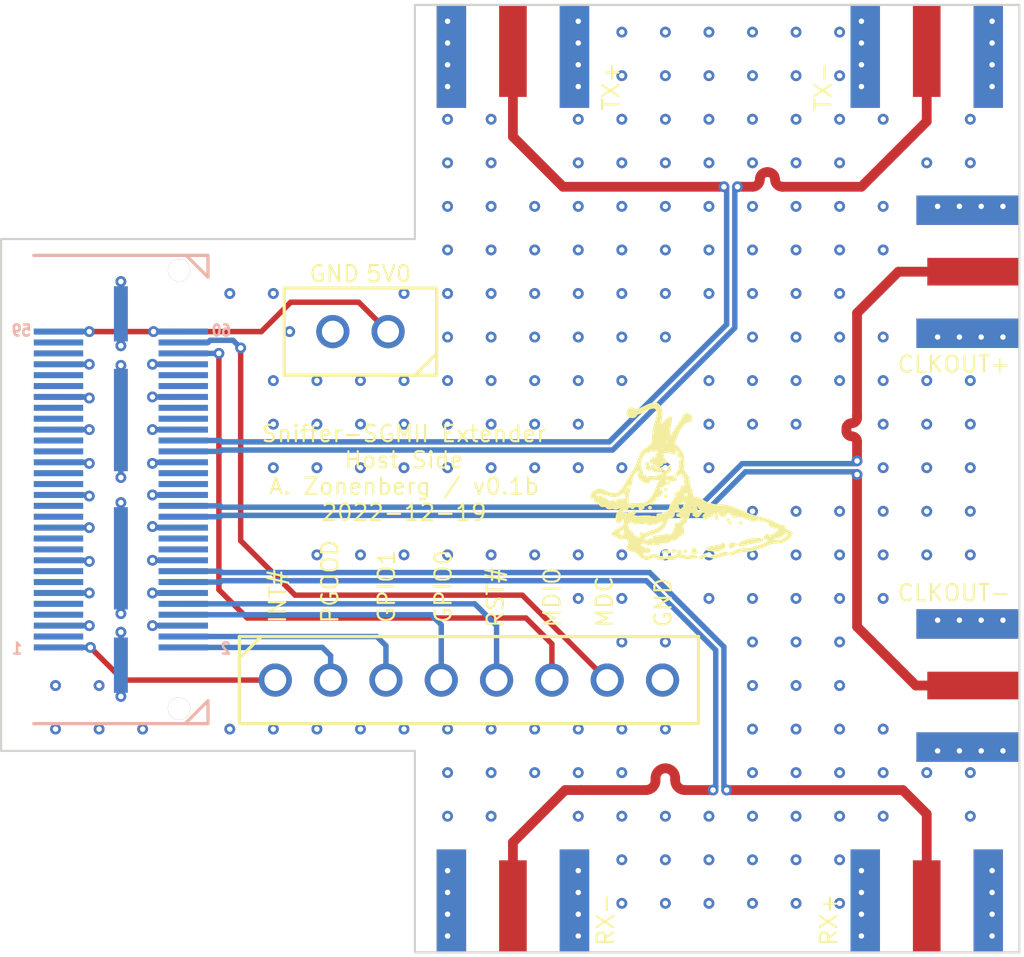
<source format=kicad_pcb>
(kicad_pcb (version 20211014) (generator pcbnew)
  (layers (0 "F.Cu" signal) (1 "In1.Cu" signal) (2 "In2.Cu" signal) (31 "B.Cu" signal) (34 "B.Paste" user) (35 "F.Paste" user) (36 "B.SilkS" user "B.Silkscreen") (37 "F.SilkS" user "F.Silkscreen") (38 "B.Mask" user) (39 "F.Mask" user) (44 "Edge.Cuts" user))
  (net 0 "")
  (net 1 "/SGMII_TX_P")
  (net 2 "/GND")
  (net 3 "/SGMII_TX_N")
  (net 4 "/SGMII_CLKOUT_P")
  (net 5 "/SGMII_CLKOUT_N")
  (net 6 "/SGMII_RX_P")
  (net 7 "/SGMII_RX_N")
  (net 8 "/5V0")
  (net 9 "/PGOOD")
  (net 10 "/PHY_INT_N")
  (net 11 "/GPIO_1")
  (net 13 "/GPIO_0")
  (net 15 "/PHY_RST_N")
  (net 39 "/MGMT_MDIO")
  (net 41 "/MGMT_MDC")
  (footprint "azonenberg_pcb:LONGTHING-1200DPI" (layer "F.Cu") (at 97.75 59)
    (fp_text reference "G***" hide)
    (fp_text value "LOGO" hide)
  )
  (footprint "azonenberg_pcb:CONN_SMA_EDGE_SAMTEC_SMA_J_P_H_ST_EM1" (layer "F.Cu") (at 108 80.225)
    (fp_text reference "J5" hide)
    (fp_text value "SMA" hide)
  )
  (footprint "azonenberg_pcb:CONN_HEADER_2.54MM_1x8" (layer "F.Cu") (at 86.98 67.75)
    (fp_text reference "J8" hide)
    (fp_text value "CONN_01X08" hide)
  )
  (footprint "azonenberg_pcb:CONN_SMA_EDGE_SAMTEC_SMA_J_P_H_ST_EM1" (layer "F.Cu") (at 89 36.775 180)
    (fp_text reference "J1" hide)
    (fp_text value "SMA" hide)
  )
  (footprint "azonenberg_pcb:CONN_SMA_EDGE_SAMTEC_SMA_J_P_H_ST_EM1" (layer "F.Cu") (at 89 80.225)
    (fp_text reference "J6" hide)
    (fp_text value "SMA" hide)
  )
  (footprint "azonenberg_pcb:CONN_SMA_EDGE_SAMTEC_SMA_J_P_H_ST_EM1" (layer "F.Cu") (at 112.225 68 90)
    (fp_text reference "J4" hide)
    (fp_text value "SMA" hide)
  )
  (footprint "azonenberg_pcb:CONN_HEADER_2.54MM_1x2" (layer "F.Cu") (at 82 51.75 180)
    (fp_text reference "J7" hide)
    (fp_text value "CONN_01X02" hide)
  )
  (footprint "azonenberg_pcb:CONN_SMA_EDGE_SAMTEC_SMA_J_P_H_ST_EM1" (layer "F.Cu") (at 112.225 49 90)
    (fp_text reference "J3" hide)
    (fp_text value "SMA" hide)
  )
  (footprint "azonenberg_pcb:CONN_SMA_EDGE_SAMTEC_SMA_J_P_H_ST_EM1" (layer "F.Cu") (at 108 36.774999 180)
    (fp_text reference "J2" hide)
    (fp_text value "SMA" hide)
  )
  (footprint "azonenberg_pcb:CONN_SAMTEC_QSH-030-01-L-D-A" (layer "B.Cu") (at 71 59)
    (fp_text reference "J9" hide)
    (fp_text value "QSH-030-01-L-D-A" hide)
  )
  (gr_line (start 84.5 71) (end 65.5 71) (layer "Edge.Cuts") (width 0.1))
  (gr_line (start 112.25 80.25) (end 84.5 80.25) (layer "Edge.Cuts") (width 0.1))
  (gr_line (start 65.5 47.5) (end 65.5 71) (layer "Edge.Cuts") (width 0.1))
  (gr_line (start 112.25 36.75) (end 112.25 80.25) (layer "Edge.Cuts") (width 0.1))
  (gr_line (start 84.5 80.25) (end 84.5 71) (layer "Edge.Cuts") (width 0.1))
  (gr_line (start 84.5 47.5) (end 84.5 36.75) (layer "Edge.Cuts") (width 0.1))
  (gr_line (start 65.5 47.5) (end 84.5 47.5) (layer "Edge.Cuts") (width 0.1))
  (gr_line (start 84.5 36.75) (end 112.25 36.75) (layer "Edge.Cuts") (width 0.1))
  (gr_text "RST#" (at 88.2 65.4 90) (layer "F.SilkS") (effects (font (size 0.75 0.75) (thickness 0.1)) (justify left)))
  (gr_text "RX+" (at 103.5 78.75 90) (layer "F.SilkS") (effects (font (size 0.75 0.75) (thickness 0.1))))
  (gr_text "GPIO0" (at 85.8 65.2 90) (layer "F.SilkS") (effects (font (size 0.75 0.75) (thickness 0.1)) (justify left)))
  (gr_text "RX-" (at 93.25 78.75 90) (layer "F.SilkS") (effects (font (size 0.75 0.75) (thickness 0.1))))
  (gr_text "TX+" (at 93.5 40.5 90) (layer "F.SilkS") (effects (font (size 0.75 0.75) (thickness 0.1))))
  (gr_text "CLKOUT+" (at 109.25 53.25) (layer "F.SilkS") (effects (font (size 0.75 0.75) (thickness 0.1))))
  (gr_text "GND" (at 95.9 65.4 90) (layer "F.SilkS") (effects (font (size 0.75 0.75) (thickness 0.1)) (justify left)))
  (gr_text "GPIO1" (at 83.2 65.2 90) (layer "F.SilkS") (effects (font (size 0.75 0.75) (thickness 0.1)) (justify left)))
  (gr_text "INT#" (at 78.2 65.2 90) (layer "F.SilkS") (effects (font (size 0.75 0.75) (thickness 0.1)) (justify left)))
  (gr_text "MDIO" (at 90.8 65.4 90) (layer "F.SilkS") (effects (font (size 0.75 0.75) (thickness 0.1)) (justify left)))
  (gr_text "5V0" (at 83.3 49.1) (layer "F.SilkS") (effects (font (size 0.75 0.75) (thickness 0.1))))
  (gr_text "PGOOD" (at 80.6 65.2 90) (layer "F.SilkS") (effects (font (size 0.75 0.75) (thickness 0.1)) (justify left)))
  (gr_text "CLKOUT-" (at 109.25 63.75) (layer "F.SilkS") (effects (font (size 0.75 0.75) (thickness 0.1))))
  (gr_text "GND" (at 80.8 49.1) (layer "F.SilkS") (effects (font (size 0.75 0.75) (thickness 0.1))))
  (gr_text "Sniffer-SGMII Extender\nHost Side\nA. Zonenberg / v0.1b\n2022-12-19" (at 84 58.25) (layer "F.SilkS") (effects (font (size 0.75 0.75) (thickness 0.1))))
  (gr_text "TX-" (at 103.25 40.5 90) (layer "F.SilkS") (effects (font (size 0.75 0.75) (thickness 0.1))))
  (gr_text "MDC" (at 93.2 65.4 90) (layer "F.SilkS") (effects (font (size 0.75 0.75) (thickness 0.1)) (justify left)))
  (segment (start 89 38.875) (end 89 42.8) (width 0.45) (layer "F.Cu") (net 1))
  (segment (start 91.3 45.1) (end 98.6875 45.1) (width 0.45) (layer "F.Cu") (net 1))
  (segment (start 89 42.8) (end 91.3 45.1) (width 0.45) (layer "F.Cu") (net 1))
  (via (at 98.6875 45.1) (size 0.5) (drill 0.25) (layers "F.Cu" "B.Cu") (net 1))
  (segment (start 93.422334 56.8125) (end 75.630001 56.8125) (width 0.25) (layer "B.Cu") (net 1))
  (segment (start 75.567501 56.75) (end 73.865 56.75) (width 0.25) (layer "B.Cu") (net 1))
  (segment (start 98.812499 45.224999) (end 98.812499 51.422335) (width 0.25) (layer "B.Cu") (net 1))
  (segment (start 98.6875 45.1) (end 98.812499 45.224999) (width 0.25) (layer "B.Cu") (net 1))
  (segment (start 75.630001 56.8125) (end 75.567501 56.75) (width 0.25) (layer "B.Cu") (net 1))
  (segment (start 98.812499 51.422335) (end 93.422334 56.8125) (width 0.25) (layer "B.Cu") (net 1))
  (via (at 111 40.5) (size 0.5) (drill 0.25) (layers "F.Cu" "B.Cu") (net 2))
  (via (at 110 74) (size 0.5) (drill 0.25) (layers "F.Cu" "B.Cu") (net 2))
  (via (at 71 59.6) (size 0.5) (drill 0.25) (layers "F.Cu" "B.Cu") (net 2))
  (via (at 78 58) (size 0.5) (drill 0.25) (layers "F.Cu" "B.Cu") (net 2))
  (via (at 96 42) (size 0.5) (drill 0.25) (layers "F.Cu" "B.Cu") (net 2))
  (via (at 109.500001 52) (size 0.5) (drill 0.25) (layers "F.Cu" "B.Cu") (net 2))
  (via (at 90 50) (size 0.5) (drill 0.25) (layers "F.Cu" "B.Cu") (net 2))
  (via (at 76 70) (size 0.5) (drill 0.25) (layers "F.Cu" "B.Cu") (net 2))
  (via (at 92 54) (size 0.5) (drill 0.25) (layers "F.Cu" "B.Cu") (net 2))
  (via (at 92 77.5) (size 0.5) (drill 0.25) (layers "F.Cu" "B.Cu") (net 2))
  (via (at 82 62) (size 0.5) (drill 0.25) (layers "F.Cu" "B.Cu") (net 2))
  (via (at 100 56) (size 0.5) (drill 0.25) (layers "F.Cu" "B.Cu") (net 2))
  (via (at 94 70) (size 0.5) (drill 0.25) (layers "F.Cu" "B.Cu") (net 2))
  (via (at 100 68) (size 0.5) (drill 0.25) (layers "F.Cu" "B.Cu") (net 2))
  (via (at 106 46) (size 0.5) (drill 0.25) (layers "F.Cu" "B.Cu") (net 2))
  (via (at 106 74) (size 0.5) (drill 0.25) (layers "F.Cu" "B.Cu") (net 2))
  (via (at 94 40) (size 0.5) (drill 0.25) (layers "F.Cu" "B.Cu") (net 2))
  (via (at 104 64) (size 0.5) (drill 0.25) (layers "F.Cu" "B.Cu") (net 2))
  (via (at 111.500001 52) (size 0.5) (drill 0.25) (layers "F.Cu" "B.Cu") (net 2))
  (via (at 108 44) (size 0.5) (drill 0.25) (layers "F.Cu" "B.Cu") (net 2))
  (via (at 111 76.5) (size 0.5) (drill 0.25) (layers "F.Cu" "B.Cu") (net 2))
  (via (at 108.5 52) (size 0.5) (drill 0.25) (layers "F.Cu" "B.Cu") (net 2))
  (via (at 98 58) (size 0.5) (drill 0.25) (layers "F.Cu" "B.Cu") (net 2))
  (via (at 72.45 63.75) (size 0.5) (drill 0.25) (layers "F.Cu" "B.Cu") (net 2))
  (via (at 106 56) (size 0.5) (drill 0.25) (layers "F.Cu" "B.Cu") (net 2))
  (via (at 90 48) (size 0.5) (drill 0.25) (layers "F.Cu" "B.Cu") (net 2))
  (via (at 92 48) (size 0.5) (drill 0.25) (layers "F.Cu" "B.Cu") (net 2))
  (via (at 76 50) (size 0.5) (drill 0.25) (layers "F.Cu" "B.Cu") (net 2))
  (via (at 80 62) (size 0.5) (drill 0.25) (layers "F.Cu" "B.Cu") (net 2))
  (via (at 84 70) (size 0.5) (drill 0.25) (layers "F.Cu" "B.Cu") (net 2))
  (via (at 96 48) (size 0.5) (drill 0.25) (layers "F.Cu" "B.Cu") (net 2))
  (via (at 94 38) (size 0.5) (drill 0.25) (layers "F.Cu" "B.Cu") (net 2))
  (via (at 82 54) (size 0.5) (drill 0.25) (layers "F.Cu" "B.Cu") (net 2))
  (via (at 100 42) (size 0.5) (drill 0.25) (layers "F.Cu" "B.Cu") (net 2))
  (via (at 86 70) (size 0.5) (drill 0.25) (layers "F.Cu" "B.Cu") (net 2))
  (via (at 84 54) (size 0.5) (drill 0.25) (layers "F.Cu" "B.Cu") (net 2))
  (via (at 70 68) (size 0.5) (drill 0.25) (layers "F.Cu" "B.Cu") (net 2))
  (via (at 96 66) (size 0.5) (drill 0.25) (layers "F.Cu" "B.Cu") (net 2))
  (via (at 84 62) (size 0.5) (drill 0.25) (layers "F.Cu" "B.Cu") (net 2))
  (via (at 86 78.5) (size 0.5) (drill 0.25) (layers "F.Cu" "B.Cu") (net 2))
  (via (at 110 60) (size 0.5) (drill 0.25) (layers "F.Cu" "B.Cu") (net 2))
  (via (at 92 42) (size 0.5) (drill 0.25) (layers "F.Cu" "B.Cu") (net 2))
  (via (at 86 42) (size 0.5) (drill 0.25) (layers "F.Cu" "B.Cu") (net 2))
  (via (at 110 56) (size 0.5) (drill 0.25) (layers "F.Cu" "B.Cu") (net 2))
  (via (at 92 39.5) (size 0.5) (drill 0.25) (layers "F.Cu" "B.Cu") (net 2))
  (via (at 98 42) (size 0.5) (drill 0.25) (layers "F.Cu" "B.Cu") (net 2))
  (via (at 94 42) (size 0.5) (drill 0.25) (layers "F.Cu" "B.Cu") (net 2))
  (via (at 110.500001 65) (size 0.5) (drill 0.25) (layers "F.Cu" "B.Cu") (net 2))
  (via (at 70 70) (size 0.5) (drill 0.25) (layers "F.Cu" "B.Cu") (net 2))
  (via (at 105 40.5) (size 0.5) (drill 0.25) (layers "F.Cu" "B.Cu") (net 2))
  (via (at 86 46) (size 0.5) (drill 0.25) (layers "F.Cu" "B.Cu") (net 2))
  (via (at 106 62) (size 0.5) (drill 0.25) (layers "F.Cu" "B.Cu") (net 2))
  (via (at 100 64) (size 0.5) (drill 0.25) (layers "F.Cu" "B.Cu") (net 2))
  (via (at 96 58) (size 0.5) (drill 0.25) (layers "F.Cu" "B.Cu") (net 2))
  (via (at 108.5 71) (size 0.5) (drill 0.25) (layers "F.Cu" "B.Cu") (net 2))
  (via (at 86 56) (size 0.5) (drill 0.25) (layers "F.Cu" "B.Cu") (net 2))
  (via (at 86 74) (size 0.5) (drill 0.25) (layers "F.Cu" "B.Cu") (net 2))
  (via (at 94 66) (size 0.5) (drill 0.25) (layers "F.Cu" "B.Cu") (net 2))
  (via (at 105 37.5) (size 0.5) (drill 0.25) (layers "F.Cu" "B.Cu") (net 2))
  (via (at 105 79.5) (size 0.5) (drill 0.25) (layers "F.Cu" "B.Cu") (net 2))
  (via (at 92 58) (size 0.5) (drill 0.25) (layers "F.Cu" "B.Cu") (net 2))
  (via (at 80 70) (size 0.5) (drill 0.25) (layers "F.Cu" "B.Cu") (net 2))
  (via (at 108.499999 46) (size 0.5) (drill 0.25) (layers "F.Cu" "B.Cu") (net 2))
  (via (at 86 39.5) (size 0.5) (drill 0.25) (layers "F.Cu" "B.Cu") (net 2))
  (via (at 102 42) (size 0.5) (drill 0.25) (layers "F.Cu" "B.Cu") (net 2))
  (via (at 92 64) (size 0.5) (drill 0.25) (layers "F.Cu" "B.Cu") (net 2))
  (via (at 68 68) (size 0.5) (drill 0.25) (layers "F.Cu" "B.Cu") (net 2))
  (via (at 100 46) (size 0.5) (drill 0.25) (layers "F.Cu" "B.Cu") (net 2))
  (via (at 102 46) (size 0.5) (drill 0.25) (layers "F.Cu" "B.Cu") (net 2))
  (via (at 94 64) (size 0.5) (drill 0.25) (layers "F.Cu" "B.Cu") (net 2))
  (via (at 96 38) (size 0.5) (drill 0.25) (layers "F.Cu" "B.Cu") (net 2))
  (via (at 88 72) (size 0.5) (drill 0.25) (layers "F.Cu" "B.Cu") (net 2))
  (via (at 72.45 62.25) (size 0.5) (drill 0.25) (layers "F.Cu" "B.Cu") (net 2))
  (via (at 84 50) (size 0.5) (drill 0.25) (layers "F.Cu" "B.Cu") (net 2))
  (via (at 108 60) (size 0.5) (drill 0.25) (layers "F.Cu" "B.Cu") (net 2))
  (via (at 109.500001 71) (size 0.5) (drill 0.25) (layers "F.Cu" "B.Cu") (net 2))
  (via (at 82 56) (size 0.5) (drill 0.25) (layers "F.Cu" "B.Cu") (net 2))
  (via (at 86 50) (size 0.5) (drill 0.25) (layers "F.Cu" "B.Cu") (net 2))
  (via (at 84 58) (size 0.5) (drill 0.25) (layers "F.Cu" "B.Cu") (net 2))
  (via (at 69.55 59.3) (size 0.5) (drill 0.25) (layers "F.Cu" "B.Cu") (net 2))
  (via (at 78 50) (size 0.5) (drill 0.25) (layers "F.Cu" "B.Cu") (net 2))
  (via (at 98 50) (size 0.5) (drill 0.25) (layers "F.Cu" "B.Cu") (net 2))
  (via (at 71 53.3) (size 0.5) (drill 0.25) (layers "F.Cu" "B.Cu") (net 2))
  (via (at 105 77.5) (size 0.5) (drill 0.25) (layers "F.Cu" "B.Cu") (net 2))
  (via (at 104 62) (size 0.5) (drill 0.25) (layers "F.Cu" "B.Cu") (net 2))
  (via (at 106 64) (size 0.5) (drill 0.25) (layers "F.Cu" "B.Cu") (net 2))
  (via (at 106 58) (size 0.5) (drill 0.25) (layers "F.Cu" "B.Cu") (net 2))
  (via (at 88 46) (size 0.5) (drill 0.25) (layers "F.Cu" "B.Cu") (net 2))
  (via (at 100 66) (size 0.5) (drill 0.25) (layers "F.Cu" "B.Cu") (net 2))
  (via (at 110 54) (size 0.5) (drill 0.25) (layers "F.Cu" "B.Cu") (net 2))
  (via (at 71 52.4) (size 0.5) (drill 0.25) (layers "F.Cu" "B.Cu") (net 2))
  (via (at 72.45 56.25) (size 0.5) (drill 0.25) (layers "F.Cu" "B.Cu") (net 2))
  (via (at 100 74) (size 0.5) (drill 0.25) (layers "F.Cu" "B.Cu") (net 2))
  (via (at 108 72) (size 0.5) (drill 0.25) (layers "F.Cu" "B.Cu") (net 2))
  (via (at 72.45 53.25) (size 0.5) (drill 0.25) (layers "F.Cu" "B.Cu") (net 2))
  (via (at 102 72) (size 0.5) (drill 0.25) (layers "F.Cu" "B.Cu") (net 2))
  (via (at 111 77.5) (size 0.5) (drill 0.25) (layers "F.Cu" "B.Cu") (net 2))
  (via (at 92 56) (size 0.5) (drill 0.25) (layers "F.Cu" "B.Cu") (net 2))
  (via (at 96 52) (size 0.5) (drill 0.25) (layers "F.Cu" "B.Cu") (net 2))
  (via (at 92 70) (size 0.5) (drill 0.25) (layers "F.Cu" "B.Cu") (net 2))
  (via (at 96 50) (size 0.5) (drill 0.25) (layers "F.Cu" "B.Cu") (net 2))
  (via (at 106 52) (size 0.5) (drill 0.25) (layers "F.Cu" "B.Cu") (net 2))
  (via (at 110 42) (size 0.5) (drill 0.25) (layers "F.Cu" "B.Cu") (net 2))
  (via (at 88 74) (size 0.5) (drill 0.25) (layers "F.Cu" "B.Cu") (net 2))
  (via (at 88 56) (size 0.5) (drill 0.25) (layers "F.Cu" "B.Cu") (net 2))
  (via (at 88 44) (size 0.5) (drill 0.25) (layers "F.Cu" "B.Cu") (net 2))
  (via (at 104 66) (size 0.5) (drill 0.25) (layers "F.Cu" "B.Cu") (net 2))
  (via (at 105 78.5) (size 0.5) (drill 0.25) (layers "F.Cu" "B.Cu") (net 2))
  (via (at 92 79.5) (size 0.5) (drill 0.25) (layers "F.Cu" "B.Cu") (net 2))
  (via (at 96 74) (size 0.5) (drill 0.25) (layers "F.Cu" "B.Cu") (net 2))
  (via (at 96 46) (size 0.5) (drill 0.25) (layers "F.Cu" "B.Cu") (net 2))
  (via (at 92 46) (size 0.5) (drill 0.25) (layers "F.Cu" "B.Cu") (net 2))
  (via (at 71 49.45) (size 0.5) (drill 0.25) (layers "F.Cu" "B.Cu") (net 2))
  (via (at 98 64) (size 0.5) (drill 0.25) (layers "F.Cu" "B.Cu") (net 2))
  (via (at 86 58) (size 0.5) (drill 0.25) (layers "F.Cu" "B.Cu") (net 2))
  (via (at 68 70) (size 0.5) (drill 0.25) (layers "F.Cu" "B.Cu") (net 2))
  (via (at 100 48) (size 0.5) (drill 0.25) (layers "F.Cu" "B.Cu") (net 2))
  (via (at 102 62) (size 0.5) (drill 0.25) (layers "F.Cu" "B.Cu") (net 2))
  (via (at 86 77.5) (size 0.5) (drill 0.25) (layers "F.Cu" "B.Cu") (net 2))
  (via (at 92 44) (size 0.5) (drill 0.25) (layers "F.Cu" "B.Cu") (net 2))
  (via (at 72.45 65.25) (size 0.5) (drill 0.25) (layers "F.Cu" "B.Cu") (net 2))
  (via (at 88 54) (size 0.5) (drill 0.25) (layers "F.Cu" "B.Cu") (net 2))
  (via (at 92 38.5) (size 0.5) (drill 0.25) (layers "F.Cu" "B.Cu") (net 2))
  (via (at 108 62) (size 0.5) (drill 0.25) (layers "F.Cu" "B.Cu") (net 2))
  (via (at 90 62) (size 0.5) (drill 0.25) (layers "F.Cu" "B.Cu") (net 2))
  (via (at 94 76) (size 0.5) (drill 0.25) (layers "F.Cu" "B.Cu") (net 2))
  (via (at 111 38.5) (size 0.5) (drill 0.25) (layers "F.Cu" "B.Cu") (net 2))
  (via (at 92 37.5) (size 0.5) (drill 0.25) (layers "F.Cu" "B.Cu") (net 2))
  (via (at 111.5 46) (size 0.5) (drill 0.25) (layers "F.Cu" "B.Cu") (net 2))
  (via (at 108 56) (size 0.5) (drill 0.25) (layers "F.Cu" "B.Cu") (net 2))
  (via (at 86 38.5) (size 0.5) (drill 0.25) (layers "F.Cu" "B.Cu") (net 2))
  (via (at 90 46) (size 0.5) (drill 0.25) (layers "F.Cu" "B.Cu") (net 2))
  (via (at 69.55 54.8) (size 0.5) (drill 0.25) (layers "F.Cu" "B.Cu") (net 2))
  (via (at 102 60) (size 0.5) (drill 0.25) (layers "F.Cu" "B.Cu") (net 2))
  (via (at 94 46) (size 0.5) (drill 0.25) (layers "F.Cu" "B.Cu") (net 2))
  (via (at 104 74) (size 0.5) (drill 0.25) (layers "F.Cu" "B.Cu") (net 2))
  (via (at 69.55 63.75) (size 0.5) (drill 0.25) (layers "F.Cu" "B.Cu") (net 2))
  (via (at 90 56) (size 0.5) (drill 0.25) (layers "F.Cu" "B.Cu") (net 2))
  (via (at 102 76) (size 0.5) (drill 0.25) (layers "F.Cu" "B.Cu") (net 2))
  (via (at 86 62) (size 0.5) (drill 0.25) (layers "F.Cu" "B.Cu") (net 2))
  (via (at 111 78.5) (size 0.5) (drill 0.25) (layers "F.Cu" "B.Cu") (net 2))
  (via (at 110.500001 71) (size 0.5) (drill 0.25) (layers "F.Cu" "B.Cu") (net 2))
  (via (at 86 52) (size 0.5) (drill 0.25) (layers "F.Cu" "B.Cu") (net 2))
  (via (at 102 56) (size 0.5) (drill 0.25) (layers "F.Cu" "B.Cu") (net 2))
  (via (at 104 42) (size 0.5) (drill 0.25) (layers "F.Cu" "B.Cu") (net 2))
  (via (at 96 44) (size 0.5) (drill 0.25) (layers "F.Cu" "B.Cu") (net 2))
  (via (at 96 78) (size 0.5) (drill 0.25) (layers "F.Cu" "B.Cu") (net 2))
  (via (at 102 64) (size 0.5) (drill 0.25) (layers "F.Cu" "B.Cu") (net 2))
  (via (at 96 76) (size 0.5) (drill 0.25) (layers "F.Cu" "B.Cu") (net 2))
  (via (at 111.500001 65) (size 0.5) (drill 0.25) (layers "F.Cu" "B.Cu") (net 2))
  (via (at 94 52) (size 0.5) (drill 0.25) (layers "F.Cu" "B.Cu") (net 2))
  (via (at 102 66) (size 0.5) (drill 0.25) (layers "F.Cu" "B.Cu") (net 2))
  (via (at 98 74) (size 0.5) (drill 0.25) (layers "F.Cu" "B.Cu") (net 2))
  (via (at 100 52) (size 0.5) (drill 0.25) (layers "F.Cu" "B.Cu") (net 2))
  (via (at 71 64.7) (size 0.5) (drill 0.25) (layers "F.Cu" "B.Cu") (net 2))
  (via (at 90 54) (size 0.5) (drill 0.25) (layers "F.Cu" "B.Cu") (net 2))
  (via (at 98 56) (size 0.5) (drill 0.25) (layers "F.Cu" "B.Cu") (net 2))
  (via (at 104 52) (size 0.5) (drill 0.25) (layers "F.Cu" "B.Cu") (net 2))
  (via (at 100 54) (size 0.5) (drill 0.25) (layers "F.Cu" "B.Cu") (net 2))
  (via (at 100 70) (size 0.5) (drill 0.25) (layers "F.Cu" "B.Cu") (net 2))
  (via (at 111 37.5) (size 0.5) (drill 0.25) (layers "F.Cu" "B.Cu") (net 2))
  (via (at 78 56) (size 0.5) (drill 0.25) (layers "F.Cu" "B.Cu") (net 2))
  (via (at 69.55 53.25) (size 0.5) (drill 0.25) (layers "F.Cu" "B.Cu") (net 2))
  (via (at 110.5 46) (size 0.5) (drill 0.25) (layers "F.Cu" "B.Cu") (net 2))
  (via (at 102 54) (size 0.5) (drill 0.25) (layers "F.Cu" "B.Cu") (net 2))
  (via (at 98 76) (size 0.5) (drill 0.25) (layers "F.Cu" "B.Cu") (net 2))
  (via (at 102 40) (size 0.5) (drill 0.25) (layers "F.Cu" "B.Cu") (net 2))
  (via (at 104 60) (size 0.5) (drill 0.25) (layers "F.Cu" "B.Cu") (net 2))
  (via (at 94 44) (size 0.5) (drill 0.25) (layers "F.Cu" "B.Cu") (net 2))
  (via (at 80 54) (size 0.5) (drill 0.25) (layers "F.Cu" "B.Cu") (net 2))
  (via (at 88 42) (size 0.5) (drill 0.25) (layers "F.Cu" "B.Cu") (net 2))
  (via (at 88 52) (size 0.5) (drill 0.25) (layers "F.Cu" "B.Cu") (net 2))
  (via (at 98 48) (size 0.5) (drill 0.25) (layers "F.Cu" "B.Cu") (net 2))
  (via (at 94 54) (size 0.5) (drill 0.25) (layers "F.Cu" "B.Cu") (net 2))
  (via (at 100 44) (size 0.5) (drill 0.25) (layers "F.Cu" "B.Cu") (net 2))
  (via (at 92 76.5) (size 0.5) (drill 0.25) (layers "F.Cu" "B.Cu") (net 2))
  (via (at 86 72) (size 0.5) (drill 0.25) (layers "F.Cu" "B.Cu") (net 2))
  (via (at 86 76.5) (size 0.5) (drill 0.25) (layers "F.Cu" "B.Cu") (net 2))
  (via (at 98 38) (size 0.5) (drill 0.25) (layers "F.Cu" "B.Cu") (net 2))
  (via (at 100 78) (size 0.5) (drill 0.25) (layers "F.Cu" "B.Cu") (net 2))
  (via (at 98 62) (size 0.5) (drill 0.25) (layers "F.Cu" "B.Cu") (net 2))
  (via (at 86 44) (size 0.5) (drill 0.25) (layers "F.Cu" "B.Cu") (net 2))
  (via (at 72.45 54.75) (size 0.5) (drill 0.25) (layers "F.Cu" "B.Cu") (net 2))
  (via (at 92 52) (size 0.5) (drill 0.25) (layers "F.Cu" "B.Cu") (net 2))
  (via (at 111.500001 71) (size 0.5) (drill 0.25) (layers "F.Cu" "B.Cu") (net 2))
  (via (at 86 79.5) (size 0.5) (drill 0.25) (layers "F.Cu" "B.Cu") (net 2))
  (via (at 106 54) (size 0.5) (drill 0.25) (layers "F.Cu" "B.Cu") (net 2))
  (via (at 94 72) (size 0.5) (drill 0.25) (layers "F.Cu" "B.Cu") (net 2))
  (via (at 69.55 57.8) (size 0.5) (drill 0.25) (layers "F.Cu" "B.Cu") (net 2))
  (via (at 105 39.5) (size 0.5) (drill 0.25) (layers "F.Cu" "B.Cu") (net 2))
  (via (at 104 68) (size 0.5) (drill 0.25) (layers "F.Cu" "B.Cu") (net 2))
  (via (at 96 62) (size 0.5) (drill 0.25) (layers "F.Cu" "B.Cu") (net 2))
  (via (at 78.75 51.75) (size 0.5) (drill 0.25) (layers "F.Cu" "B.Cu") (net 2))
  (via (at 102 48) (size 0.5) (drill 0.25) (layers "F.Cu" "B.Cu") (net 2))
  (via (at 110 44) (size 0.5) (drill 0.25) (layers "F.Cu" "B.Cu") (net 2))
  (via (at 105 76.5) (size 0.5) (drill 0.25) (layers "F.Cu" "B.Cu") (net 2))
  (via (at 72.45 60.7) (size 0.5) (drill 0.25) (layers "F.Cu" "B.Cu") (net 2))
  (via (at 111 39.5) (size 0.5) (drill 0.25) (layers "F.Cu" "B.Cu") (net 2))
  (via (at 110 62) (size 0.5) (drill 0.25) (layers "F.Cu" "B.Cu") (net 2))
  (via (at 104 46) (size 0.5) (drill 0.25) (layers "F.Cu" "B.Cu") (net 2))
  (via (at 102 38) (size 0.5) (drill 0.25) (layers "F.Cu" "B.Cu") (net 2))
  (via (at 96 70) (size 0.5) (drill 0.25) (layers "F.Cu" "B.Cu") (net 2))
  (via (at 92 74) (size 0.5) (drill 0.25) (layers "F.Cu" "B.Cu") (net 2))
  (via (at 86 54) (size 0.5) (drill 0.25) (layers "F.Cu" "B.Cu") (net 2))
  (via (at 104 76) (size 0.5) (drill 0.25) (layers "F.Cu" "B.Cu") (net 2))
  (via (at 86 48) (size 0.5) (drill 0.25) (layers "F.Cu" "B.Cu") (net 2))
  (via (at 108 54) (size 0.5) (drill 0.25) (layers "F.Cu" "B.Cu") (net 2))
  (via (at 71 68.5) (size 0.5) (drill 0.25) (layers "F.Cu" "B.Cu") (net 2))
  (via (at 104 70) (size 0.5) (drill 0.25) (layers "F.Cu" "B.Cu") (net 2))
  (via (at 106 72) (size 0.5) (drill 0.25) (layers "F.Cu" "B.Cu") (net 2))
  (via (at 106 42) (size 0.5) (drill 0.25) (layers "F.Cu" "B.Cu") (net 2))
  (via (at 98 54) (size 0.5) (drill 0.25) (layers "F.Cu" "B.Cu") (net 2))
  (via (at 100 62) (size 0.5) (drill 0.25) (layers "F.Cu" "B.Cu") (net 2))
  (via (at 110.500001 52) (size 0.5) (drill 0.25) (layers "F.Cu" "B.Cu") (net 2))
  (via (at 110 58) (size 0.5) (drill 0.25) (layers "F.Cu" "B.Cu") (net 2))
  (via (at 69.55 65.25) (size 0.5) (drill 0.25) (layers "F.Cu" "B.Cu") (net 2))
  (via (at 100 60) (size 0.5) (drill 0.25) (layers "F.Cu" "B.Cu") (net 2))
  (via (at 86 37.5) (size 0.5) (drill 0.25) (layers "F.Cu" "B.Cu") (net 2))
  (via (at 102 70) (size 0.5) (drill 0.25) (layers "F.Cu" "B.Cu") (net 2))
  (via (at 92 72) (size 0.5) (drill 0.25) (layers "F.Cu" "B.Cu") (net 2))
  (via (at 102 68) (size 0.5) (drill 0.25) (layers "F.Cu" "B.Cu") (net 2))
  (via (at 98 44) (size 0.5) (drill 0.25) (layers "F.Cu" "B.Cu") (net 2))
  (via (at 80 56) (size 0.5) (drill 0.25) (layers "F.Cu" "B.Cu") (net 2))
  (via (at 104 78) (size 0.5) (drill 0.25) (layers "F.Cu" "B.Cu") (net 2))
  (via (at 94 62) (size 0.5) (drill 0.25) (layers "F.Cu" "B.Cu") (net 2))
  (via (at 106 60) (size 0.5) (drill 0.25) (layers "F.Cu" "B.Cu") (net 2))
  (via (at 106 70) (size 0.5) (drill 0.25) (layers "F.Cu" "B.Cu") (net 2))
  (via (at 98 78) (size 0.5) (drill 0.25) (layers "F.Cu" "B.Cu") (net 2))
  (via (at 86 40.5) (size 0.5) (drill 0.25) (layers "F.Cu" "B.Cu") (net 2))
  (via (at 90 70) (size 0.5) (drill 0.25) (layers "F.Cu" "B.Cu") (net 2))
  (via (at 80 58) (size 0.5) (drill 0.25) (layers "F.Cu" "B.Cu") (net 2))
  (via (at 72.45 57.8) (size 0.5) (drill 0.25) (layers "F.Cu" "B.Cu") (net 2))
  (via (at 104 54) (size 0.5) (drill 0.25) (layers "F.Cu" "B.Cu") (net 2))
  (via (at 104 40) (size 0.5) (drill 0.25) (layers "F.Cu" "B.Cu") (net 2))
  (via (at 84 56) (size 0.5) (drill 0.25) (layers "F.Cu" "B.Cu") (net 2))
  (via (at 104 50) (size 0.5) (drill 0.25) (layers "F.Cu" "B.Cu") (net 2))
  (via (at 69.55 62.3) (size 0.5) (drill 0.25) (layers "F.Cu" "B.Cu") (net 2))
  (via (at 102 50) (size 0.5) (drill 0.25) (layers "F.Cu" "B.Cu") (net 2))
  (via (at 100 38) (size 0.5) (drill 0.25) (layers "F.Cu" "B.Cu") (net 2))
  (via (at 69.55 56.25) (size 0.5) (drill 0.25) (layers "F.Cu" "B.Cu") (net 2))
  (via (at 104 44) (size 0.5) (drill 0.25) (layers "F.Cu" "B.Cu") (net 2))
  (via (at 100 50) (size 0.5) (drill 0.25) (layers "F.Cu" "B.Cu") (net 2))
  (via (at 104 72) (size 0.5) (drill 0.25) (layers "F.Cu" "B.Cu") (net 2))
  (via (at 94 48) (size 0.5) (drill 0.25) (layers "F.Cu" "B.Cu") (net 2))
  (via (at 88 58) (size 0.5) (drill 0.25) (layers "F.Cu" "B.Cu") (net 2))
  (via (at 96 40) (size 0.5) (drill 0.25) (layers "F.Cu" "B.Cu") (net 2))
  (via (at 90 52) (size 0.5) (drill 0.25) (layers "F.Cu" "B.Cu") (net 2))
  (via (at 111 79.5) (size 0.5) (drill 0.25) (layers "F.Cu" "B.Cu") (net 2))
  (via (at 102 52) (size 0.5) (drill 0.25) (layers "F.Cu" "B.Cu") (net 2))
  (via (at 71 65.55) (size 0.5) (drill 0.25) (layers "F.Cu" "B.Cu") (net 2))
  (via (at 106 48) (size 0.5) (drill 0.25) (layers "F.Cu" "B.Cu") (net 2))
  (via (at 88 62) (size 0.5) (drill 0.25) (layers "F.Cu" "B.Cu") (net 2))
  (via (at 72 70) (size 0.5) (drill 0.25) (layers "F.Cu" "B.Cu") (net 2))
  (via (at 102 44) (size 0.5) (drill 0.25) (layers "F.Cu" "B.Cu") (net 2))
  (via (at 104 38) (size 0.5) (drill 0.25) (layers "F.Cu" "B.Cu") (net 2))
  (via (at 90 58) (size 0.5) (drill 0.25) (layers "F.Cu" "B.Cu") (net 2))
  (via (at 102 74) (size 0.5) (drill 0.25) (layers "F.Cu" "B.Cu") (net 2))
  (via (at 100 76) (size 0.5) (drill 0.25) (layers "F.Cu" "B.Cu") (net 2))
  (via (at 109.5 46) (size 0.5) (drill 0.25) (layers "F.Cu" "B.Cu") (net 2))
  (via (at 104 48) (size 0.5) (drill 0.25) (layers "F.Cu" "B.Cu") (net 2))
  (via (at 110 72) (size 0.5) (drill 0.25) (layers "F.Cu" "B.Cu") (net 2))
  (via (at 94 58) (size 0.5) (drill 0.25) (layers "F.Cu" "B.Cu") (net 2))
  (via (at 90 72) (size 0.5) (drill 0.25) (layers "F.Cu" "B.Cu") (net 2))
  (via (at 78 54) (size 0.5) (drill 0.25) (layers "F.Cu" "B.Cu") (net 2))
  (via (at 88 70) (size 0.5) (drill 0.25) (layers "F.Cu" "B.Cu") (net 2))
  (via (at 98 40) (size 0.5) (drill 0.25) (layers "F.Cu" "B.Cu") (net 2))
  (via (at 92 62) (size 0.5) (drill 0.25) (layers "F.Cu" "B.Cu") (net 2))
  (via (at 82 70) (size 0.5) (drill 0.25) (layers "F.Cu" "B.Cu") (net 2))
  (via (at 94 78) (size 0.5) (drill 0.25) (layers "F.Cu" "B.Cu") (net 2))
  (via (at 108.5 65) (size 0.5) (drill 0.25) (layers "F.Cu" "B.Cu") (net 2))
  (via (at 98 46) (size 0.5) (drill 0.25) (layers "F.Cu" "B.Cu") (net 2))
  (via (at 69.55 60.75) (size 0.5) (drill 0.25) (layers "F.Cu" "B.Cu") (net 2))
  (via (at 88 50) (size 0.5) (drill 0.25) (layers "F.Cu" "B.Cu") (net 2))
  (via (at 88 48) (size 0.5) (drill 0.25) (layers "F.Cu" "B.Cu") (net 2))
  (via (at 92 40.5) (size 0.5) (drill 0.25) (layers "F.Cu" "B.Cu") (net 2))
  (via (at 102 78) (size 0.5) (drill 0.25) (layers "F.Cu" "B.Cu") (net 2))
  (via (at 92 78.5) (size 0.5) (drill 0.25) (layers "F.Cu" "B.Cu") (net 2))
  (via (at 100 72) (size 0.5) (drill 0.25) (layers "F.Cu" "B.Cu") (net 2))
  (via (at 105 38.5) (size 0.5) (drill 0.25) (layers "F.Cu" "B.Cu") (net 2))
  (via (at 100 40) (size 0.5) (drill 0.25) (layers "F.Cu" "B.Cu") (net 2))
  (via (at 92 50) (size 0.5) (drill 0.25) (layers "F.Cu" "B.Cu") (net 2))
  (via (at 82 58) (size 0.5) (drill 0.25) (layers "F.Cu" "B.Cu") (net 2))
  (via (at 72.45 59.25) (size 0.5) (drill 0.25) (layers "F.Cu" "B.Cu") (net 2))
  (via (at 108 58) (size 0.5) (drill 0.25) (layers "F.Cu" "B.Cu") (net 2))
  (via (at 109.500001 65) (size 0.5) (drill 0.25) (layers "F.Cu" "B.Cu") (net 2))
  (via (at 94 50) (size 0.5) (drill 0.25) (layers "F.Cu" "B.Cu") (net 2))
  (via (at 94 74) (size 0.5) (drill 0.25) (layers "F.Cu" "B.Cu") (net 2))
  (via (at 78 70) (size 0.5) (drill 0.25) (layers "F.Cu" "B.Cu") (net 2))
  (via (at 71 58.45) (size 0.5) (drill 0.25) (layers "F.Cu" "B.Cu") (net 2))
  (segment (start 68.135 59.25) (end 69.5 59.25) (width 0.25) (layer "B.Cu") (net 2))
  (segment (start 69.5 57.75) (end 69.55 57.8) (width 0.25) (layer "B.Cu") (net 2))
  (segment (start 73.865 54.75) (end 72.45 54.75) (width 0.25) (layer "B.Cu") (net 2))
  (segment (start 72.5 60.75) (end 72.45 60.7) (width 0.25) (layer "B.Cu") (net 2))
  (segment (start 68.135 63.75) (end 69.55 63.75) (width 0.25) (layer "B.Cu") (net 2))
  (segment (start 71 58.45) (end 71 55.809) (width 0.25) (layer "B.Cu") (net 2))
  (segment (start 73.865 57.75) (end 72.5 57.75) (width 0.25) (layer "B.Cu") (net 2))
  (segment (start 71 52.4) (end 71 50.935) (width 0.25) (layer "B.Cu") (net 2))
  (segment (start 73.865 62.25) (end 72.45 62.25) (width 0.25) (layer "B.Cu") (net 2))
  (segment (start 69.5 54.75) (end 69.55 54.8) (width 0.25) (layer "B.Cu") (net 2))
  (segment (start 69.55 53.25) (end 68.135 53.25) (width 0.25) (layer "B.Cu") (net 2))
  (segment (start 68.135 54.75) (end 69.5 54.75) (width 0.25) (layer "B.Cu") (net 2))
  (segment (start 71 67.065) (end 71 65.55) (width 0.25) (layer "B.Cu") (net 2))
  (segment (start 69.5 59.25) (end 69.55 59.3) (width 0.25) (layer "B.Cu") (net 2))
  (segment (start 73.865 60.75) (end 72.5 60.75) (width 0.25) (layer "B.Cu") (net 2))
  (segment (start 68.135 60.75) (end 69.55 60.75) (width 0.25) (layer "B.Cu") (net 2))
  (segment (start 68.135 62.25) (end 69.5 62.25) (width 0.25) (layer "B.Cu") (net 2))
  (segment (start 72.5 57.75) (end 72.45 57.8) (width 0.25) (layer "B.Cu") (net 2))
  (segment (start 69.5 62.25) (end 69.55 62.3) (width 0.25) (layer "B.Cu") (net 2))
  (segment (start 72.45 53.25) (end 73.865 53.25) (width 0.25) (layer "B.Cu") (net 2))
  (segment (start 73.865 65.25) (end 72.45 65.25) (width 0.25) (layer "B.Cu") (net 2))
  (segment (start 68.135 56.25) (end 69.55 56.25) (width 0.25) (layer "B.Cu") (net 2))
  (segment (start 71 59.6) (end 71 62.159) (width 0.25) (layer "B.Cu") (net 2))
  (segment (start 71 62.159) (end 71 64.7) (width 0.25) (layer "B.Cu") (net 2))
  (segment (start 73.865 59.25) (end 72.45 59.25) (width 0.25) (layer "B.Cu") (net 2))
  (segment (start 71 49.45) (end 71 50.935) (width 0.25) (layer "B.Cu") (net 2))
  (segment (start 68.135 65.25) (end 69.55 65.25) (width 0.25) (layer "B.Cu") (net 2))
  (segment (start 71 53.3) (end 71 55.809) (width 0.25) (layer "B.Cu") (net 2))
  (segment (start 73.865 56.25) (end 72.45 56.25) (width 0.25) (layer "B.Cu") (net 2))
  (segment (start 68.135 57.75) (end 69.5 57.75) (width 0.25) (layer "B.Cu") (net 2))
  (segment (start 71 68.5) (end 71 67.065) (width 0.25) (layer "B.Cu") (net 2))
  (segment (start 73.865 63.75) (end 72.45 63.75) (width 0.25) (layer "B.Cu") (net 2))
  (segment (start 100.672124 44.427876) (end 100.7 44.427876) (width 0.45) (layer "F.Cu") (net 3))
  (segment (start 101.372124 45.1) (end 101.4 45.1) (width 0.45) (layer "F.Cu") (net 3))
  (segment (start 99.3125 45.1) (end 100 45.1) (width 0.45) (layer "F.Cu") (net 3))
  (segment (start 101.4 45.1) (end 105 45.1) (width 0.45) (layer "F.Cu") (net 3))
  (segment (start 105 45.1) (end 108 42.1) (width 0.45) (layer "F.Cu") (net 3))
  (segment (start 108 42.1) (end 108 38.874999) (width 0.45) (layer "F.Cu") (net 3))
  (via (at 99.3125 45.1) (size 0.5) (drill 0.25) (layers "F.Cu" "B.Cu") (net 3))
  (arc (start 101.036062 44.763938) (mid 101.134492 45.00157) (end 101.372124 45.1) (width 0.45) (layer "F.Cu") (net 3))
  (arc (start 100 45.1) (mid 100.237632 45.00157) (end 100.336062 44.763938) (width 0.45) (layer "F.Cu") (net 3))
  (arc (start 100.336062 44.763938) (mid 100.434492 44.526306) (end 100.672124 44.427876) (width 0.45) (layer "F.Cu") (net 3))
  (arc (start 100.7 44.427876) (mid 100.937632 44.526306) (end 101.036062 44.763938) (width 0.45) (layer "F.Cu") (net 3))
  (segment (start 75.630001 57.1875) (end 75.567501 57.25) (width 0.25) (layer "B.Cu") (net 3))
  (segment (start 93.577666 57.1875) (end 75.630001 57.1875) (width 0.25) (layer "B.Cu") (net 3))
  (segment (start 99.187501 51.577665) (end 93.577666 57.1875) (width 0.25) (layer "B.Cu") (net 3))
  (segment (start 75.567501 57.25) (end 73.865 57.25) (width 0.25) (layer "B.Cu") (net 3))
  (segment (start 99.187501 45.224999) (end 99.187501 51.577665) (width 0.25) (layer "B.Cu") (net 3))
  (segment (start 99.3125 45.1) (end 99.187501 45.224999) (width 0.25) (layer "B.Cu") (net 3))
  (segment (start 104.312774 56.312774) (end 104.312774 56.2) (width 0.45) (layer "F.Cu") (net 4))
  (segment (start 104.8 50.9) (end 106.7 49) (width 0.45) (layer "F.Cu") (net 4))
  (segment (start 104.8 55.712774) (end 104.8 55.6) (width 0.45) (layer "F.Cu") (net 4))
  (segment (start 104.8 57.6875) (end 104.8 56.8) (width 0.45) (layer "F.Cu") (net 4))
  (segment (start 104.8 55.6) (end 104.8 50.9) (width 0.45) (layer "F.Cu") (net 4))
  (segment (start 106.7 49) (end 110.125 49) (width 0.45) (layer "F.Cu") (net 4))
  (via (at 104.8 57.6875) (size 0.5) (drill 0.25) (layers "F.Cu" "B.Cu") (net 4))
  (arc (start 104.556387 56.556387) (mid 104.384127 56.485034) (end 104.312774 56.312774) (width 0.45) (layer "F.Cu") (net 4))
  (arc (start 104.556387 55.956387) (mid 104.728647 55.885034) (end 104.8 55.712774) (width 0.45) (layer "F.Cu") (net 4))
  (arc (start 104.8 56.8) (mid 104.728647 56.62774) (end 104.556387 56.556387) (width 0.45) (layer "F.Cu") (net 4))
  (arc (start 104.312774 56.2) (mid 104.384127 56.02774) (end 104.556387 55.956387) (width 0.45) (layer "F.Cu") (net 4))
  (segment (start 99.522335 57.812499) (end 97.522334 59.8125) (width 0.25) (layer "B.Cu") (net 4))
  (segment (start 75.630001 59.8125) (end 75.567501 59.75) (width 0.25) (layer "B.Cu") (net 4))
  (segment (start 104.675001 57.812499) (end 99.522335 57.812499) (width 0.25) (layer "B.Cu") (net 4))
  (segment (start 97.522334 59.8125) (end 75.630001 59.8125) (width 0.25) (layer "B.Cu") (net 4))
  (segment (start 75.567501 59.75) (end 73.865 59.75) (width 0.25) (layer "B.Cu") (net 4))
  (segment (start 104.8 57.6875) (end 104.675001 57.812499) (width 0.25) (layer "B.Cu") (net 4))
  (segment (start 104.8 65.3) (end 104.8 58.3125) (width 0.45) (layer "F.Cu") (net 5))
  (segment (start 110.125 68) (end 107.5 68) (width 0.45) (layer "F.Cu") (net 5))
  (segment (start 107.5 68) (end 104.8 65.3) (width 0.45) (layer "F.Cu") (net 5))
  (via (at 104.8 58.3125) (size 0.5) (drill 0.25) (layers "F.Cu" "B.Cu") (net 5))
  (segment (start 75.630001 60.1875) (end 75.567501 60.25) (width 0.25) (layer "B.Cu") (net 5))
  (segment (start 104.675001 58.187501) (end 99.677665 58.187501) (width 0.25) (layer "B.Cu") (net 5))
  (segment (start 97.677666 60.1875) (end 75.630001 60.1875) (width 0.25) (layer "B.Cu") (net 5))
  (segment (start 75.567501 60.25) (end 73.865 60.25) (width 0.25) (layer "B.Cu") (net 5))
  (segment (start 104.8 58.3125) (end 104.675001 58.187501) (width 0.25) (layer "B.Cu") (net 5))
  (segment (start 99.677665 58.187501) (end 97.677666 60.1875) (width 0.25) (layer "B.Cu") (net 5))
  (segment (start 108 73.9) (end 108 78.125) (width 0.45) (layer "F.Cu") (net 6))
  (segment (start 98.8125 72.8) (end 106.9 72.8) (width 0.45) (layer "F.Cu") (net 6))
  (segment (start 106.9 72.8) (end 108 73.9) (width 0.45) (layer "F.Cu") (net 6))
  (via (at 98.8125 72.8) (size 0.5) (drill 0.25) (layers "F.Cu" "B.Cu") (net 6))
  (segment (start 98.687501 66.222335) (end 95.277666 62.8125) (width 0.25) (layer "B.Cu") (net 6))
  (segment (start 95.277666 62.8125) (end 75.630001 62.8125) (width 0.25) (layer "B.Cu") (net 6))
  (segment (start 98.687501 72.675001) (end 98.687501 66.222335) (width 0.25) (layer "B.Cu") (net 6))
  (segment (start 98.8125 72.8) (end 98.687501 72.675001) (width 0.25) (layer "B.Cu") (net 6))
  (segment (start 75.630001 62.8125) (end 75.567501 62.75) (width 0.25) (layer "B.Cu") (net 6))
  (segment (start 75.567501 62.75) (end 73.865 62.75) (width 0.25) (layer "B.Cu") (net 6))
  (segment (start 91.4 72.8) (end 89 75.2) (width 0.45) (layer "F.Cu") (net 7))
  (segment (start 92.104309 72.8) (end 91.4 72.8) (width 0.45) (layer "F.Cu") (net 7))
  (segment (start 89 75.2) (end 89 78.125) (width 0.45) (layer "F.Cu") (net 7))
  (segment (start 96.45 72.35) (end 96.45 72.25) (width 0.45) (layer "F.Cu") (net 7))
  (segment (start 98.1875 72.8) (end 96.9 72.8) (width 0.45) (layer "F.Cu") (net 7))
  (segment (start 95.55 72.25) (end 95.55 72.35) (width 0.45) (layer "F.Cu") (net 7))
  (segment (start 95.1 72.8) (end 92.104309 72.8) (width 0.45) (layer "F.Cu") (net 7))
  (via (at 98.1875 72.8) (size 0.5) (drill 0.25) (layers "F.Cu" "B.Cu") (net 7))
  (arc (start 96.45 72.25) (mid 96.318198 71.931802) (end 96 71.8) (width 0.45) (layer "F.Cu") (net 7))
  (arc (start 96 71.8) (mid 95.681802 71.931802) (end 95.55 72.25) (width 0.45) (layer "F.Cu") (net 7))
  (arc (start 96.9 72.8) (mid 96.581802 72.668198) (end 96.45 72.35) (width 0.45) (layer "F.Cu") (net 7))
  (arc (start 95.55 72.35) (mid 95.418198 72.668198) (end 95.1 72.8) (width 0.45) (layer "F.Cu") (net 7))
  (segment (start 75.630001 63.1875) (end 75.567501 63.25) (width 0.25) (layer "B.Cu") (net 7))
  (segment (start 98.312499 66.377665) (end 95.122334 63.1875) (width 0.25) (layer "B.Cu") (net 7))
  (segment (start 75.567501 63.25) (end 73.865 63.25) (width 0.25) (layer "B.Cu") (net 7))
  (segment (start 98.312499 72.675001) (end 98.312499 66.377665) (width 0.25) (layer "B.Cu") (net 7))
  (segment (start 98.1875 72.8) (end 98.312499 72.675001) (width 0.25) (layer "B.Cu") (net 7))
  (segment (start 95.122334 63.1875) (end 75.630001 63.1875) (width 0.25) (layer "B.Cu") (net 7))
  (segment (start 69.55 51.75) (end 72.5 51.75) (width 0.25) (layer "F.Cu") (net 8))
  (segment (start 78.8 50.4) (end 81.92 50.4) (width 0.25) (layer "F.Cu") (net 8))
  (segment (start 77.45 51.75) (end 78.8 50.4) (width 0.25) (layer "F.Cu") (net 8))
  (segment (start 72.5 51.75) (end 77.45 51.75) (width 0.25) (layer "F.Cu") (net 8))
  (segment (start 81.92 50.4) (end 83.27 51.75) (width 0.25) (layer "F.Cu") (net 8))
  (via (at 72.5 51.75) (size 0.5) (drill 0.25) (layers "F.Cu" "B.Cu") (net 8))
  (via (at 69.55 51.75) (size 0.5) (drill 0.25) (layers "F.Cu" "B.Cu") (net 8))
  (segment (start 68.135 51.75) (end 69.55 51.75) (width 0.25) (layer "B.Cu") (net 8))
  (segment (start 72.5 51.75) (end 73.865 51.75) (width 0.25) (layer "B.Cu") (net 8))
  (segment (start 80.25 66.25) (end 80.63 66.63) (width 0.25) (layer "B.Cu") (net 9))
  (segment (start 80.63 66.63) (end 80.63 67.75) (width 0.25) (layer "B.Cu") (net 9))
  (segment (start 73.865 66.25) (end 80.25 66.25) (width 0.25) (layer "B.Cu") (net 9))
  (segment (start 69.6 66.25) (end 71.1 67.75) (width 0.25) (layer "F.Cu") (net 10))
  (segment (start 71.1 67.75) (end 78.09 67.75) (width 0.25) (layer "F.Cu") (net 10))
  (via (at 69.6 66.25) (size 0.5) (drill 0.25) (layers "F.Cu" "B.Cu") (net 10))
  (segment (start 68.135 66.25) (end 69.6 66.25) (width 0.25) (layer "B.Cu") (net 10))
  (segment (start 82.75 65.75) (end 83.17 66.17) (width 0.25) (layer "B.Cu") (net 11))
  (segment (start 73.865 65.75) (end 82.75 65.75) (width 0.25) (layer "B.Cu") (net 11))
  (segment (start 83.17 66.17) (end 83.17 67.75) (width 0.25) (layer "B.Cu") (net 11))
  (segment (start 85.71 67.75) (end 85.71 65.21) (width 0.25) (layer "B.Cu") (net 13))
  (segment (start 85.25 64.75) (end 73.865 64.75) (width 0.25) (layer "B.Cu") (net 13))
  (segment (start 85.71 65.21) (end 85.25 64.75) (width 0.25) (layer "B.Cu") (net 13))
  (segment (start 87.25 64.25) (end 88.25 65.25) (width 0.25) (layer "B.Cu") (net 15))
  (segment (start 88.25 65.25) (end 88.25 67.75) (width 0.25) (layer "B.Cu") (net 15))
  (segment (start 73.865 64.25) (end 87.25 64.25) (width 0.25) (layer "B.Cu") (net 15))
  (segment (start 76.8 64.9) (end 89.6 64.9) (width 0.25) (layer "F.Cu") (net 39))
  (segment (start 89.6 64.9) (end 90.79 66.09) (width 0.25) (layer "F.Cu") (net 39))
  (segment (start 75.5 52.75) (end 75.5 63.6) (width 0.25) (layer "F.Cu") (net 39))
  (segment (start 75.5 63.6) (end 76.8 64.9) (width 0.25) (layer "F.Cu") (net 39))
  (segment (start 90.79 66.09) (end 90.79 67.75) (width 0.25) (layer "F.Cu") (net 39))
  (via (at 75.5 52.75) (size 0.5) (drill 0.25) (layers "F.Cu" "B.Cu") (net 39))
  (segment (start 73.865 52.75) (end 75.5 52.75) (width 0.25) (layer "B.Cu") (net 39))
  (segment (start 89.43 63.85) (end 93.33 67.75) (width 0.25) (layer "F.Cu") (net 41))
  (segment (start 76.5 61.35) (end 79 63.85) (width 0.25) (layer "F.Cu") (net 41))
  (segment (start 76.5 52.5) (end 76.5 61.35) (width 0.25) (layer "F.Cu") (net 41))
  (segment (start 79 63.85) (end 89.43 63.85) (width 0.25) (layer "F.Cu") (net 41))
  (via (at 76.5 52.5) (size 0.5) (drill 0.25) (layers "F.Cu" "B.Cu") (net 41))
  (segment (start 76.15 52.15) (end 76.5 52.5) (width 0.25) (layer "B.Cu") (net 41))
  (segment (start 73.865 52.25) (end 75 52.25) (width 0.25) (layer "B.Cu") (net 41))
  (segment (start 75 52.25) (end 75.1 52.15) (width 0.25) (layer "B.Cu") (net 41))
  (segment (start 76.05 52.15) (end 76.15 52.15) (width 0.25) (layer "B.Cu") (net 41))
  (segment (start 75.1 52.15) (end 76.05 52.15) (width 0.25) (layer "B.Cu") (net 41))
)
</source>
